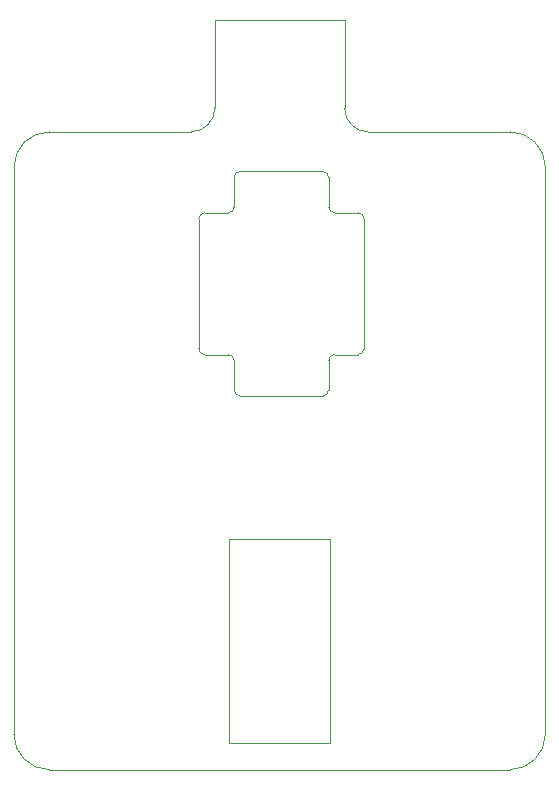
<source format=gbr>
%TF.GenerationSoftware,KiCad,Pcbnew,6.0.0*%
%TF.CreationDate,2022-01-13T14:08:01-08:00*%
%TF.ProjectId,redshift,72656473-6869-4667-942e-6b696361645f,0.1*%
%TF.SameCoordinates,Original*%
%TF.FileFunction,Profile,NP*%
%FSLAX46Y46*%
G04 Gerber Fmt 4.6, Leading zero omitted, Abs format (unit mm)*
G04 Created by KiCad (PCBNEW 6.0.0) date 2022-01-13 14:08:01*
%MOMM*%
%LPD*%
G01*
G04 APERTURE LIST*
%TA.AperFunction,Profile*%
%ADD10C,0.100000*%
%TD*%
%TA.AperFunction,Profile*%
%ADD11C,0.050000*%
%TD*%
G04 APERTURE END LIST*
D10*
X133146447Y-71853552D02*
G75*
G03*
X133646447Y-71353552I-1J500001D01*
G01*
X144646446Y-83353553D02*
X144646446Y-72353553D01*
X142146447Y-83853554D02*
X144146447Y-83853552D01*
X133646448Y-86853553D02*
G75*
G03*
X134146447Y-87353552I499998J-1D01*
G01*
X141646445Y-68853553D02*
G75*
G03*
X141146447Y-68353555I-499998J0D01*
G01*
X132000000Y-55500000D02*
X143000000Y-55500000D01*
X141146447Y-87353552D02*
G75*
G03*
X141646446Y-86853553I1J499998D01*
G01*
X144646446Y-72353553D02*
G75*
G03*
X144146447Y-71853554I-499998J1D01*
G01*
X157000000Y-119000000D02*
G75*
G03*
X160000000Y-116000000I-1J3000001D01*
G01*
X160000000Y-68000000D02*
X160000000Y-116000000D01*
X131146447Y-71853554D02*
G75*
G03*
X130646448Y-72353553I-1J-499998D01*
G01*
X130646448Y-83353553D02*
G75*
G03*
X131146447Y-83853552I499998J-1D01*
G01*
X134146447Y-68353554D02*
G75*
G03*
X133646448Y-68853553I-1J-499998D01*
G01*
X132000000Y-55500000D02*
X132000000Y-63000000D01*
X141646445Y-68853553D02*
X141646448Y-71353553D01*
X141646448Y-71353553D02*
G75*
G03*
X142146448Y-71853551I500000J2D01*
G01*
X142146447Y-71853552D02*
X144146447Y-71853554D01*
X143000000Y-63000000D02*
G75*
G03*
X145000000Y-65000000I1999999J-1D01*
G01*
X133646446Y-84353553D02*
G75*
G03*
X133146447Y-83853554I-499998J1D01*
G01*
X145000000Y-65000000D02*
X157000000Y-65000000D01*
X160000000Y-68000000D02*
G75*
G03*
X157000000Y-65000000I-3000001J-1D01*
G01*
X144146447Y-83853552D02*
G75*
G03*
X144646446Y-83353553I1J499998D01*
G01*
X141146447Y-68353554D02*
X134146447Y-68353554D01*
X141646448Y-84353553D02*
X141646446Y-86853553D01*
X118000000Y-119000000D02*
X157000000Y-119000000D01*
X142146447Y-83853554D02*
G75*
G03*
X141646448Y-84353553I-1J-499998D01*
G01*
X118000000Y-65000000D02*
G75*
G03*
X115000000Y-68000000I1J-3000001D01*
G01*
X133146447Y-71853552D02*
X131146447Y-71853554D01*
X133646446Y-71353553D02*
X133646449Y-68853553D01*
X133146447Y-83853554D02*
X131146447Y-83853552D01*
X133646448Y-86853553D02*
X133646446Y-84353553D01*
X134146447Y-87353552D02*
X141146447Y-87353552D01*
X115000000Y-116000000D02*
X115000000Y-68000000D01*
X143000000Y-63000000D02*
X143000000Y-55500000D01*
X130000000Y-65000000D02*
G75*
G03*
X132000000Y-63000000I1J1999999D01*
G01*
X115000000Y-116000000D02*
G75*
G03*
X118000000Y-119000000I3000001J1D01*
G01*
X130646448Y-83353553D02*
X130646448Y-72353553D01*
X118000000Y-65000000D02*
X130000000Y-65000000D01*
D11*
%TO.C,U1*%
X133200000Y-116765000D02*
X133200000Y-99505000D01*
X141800000Y-99505000D02*
X141800000Y-116765000D01*
X141800000Y-99505000D02*
X133200000Y-99505000D01*
X141800000Y-116765000D02*
X133200000Y-116765000D01*
%TD*%
M02*

</source>
